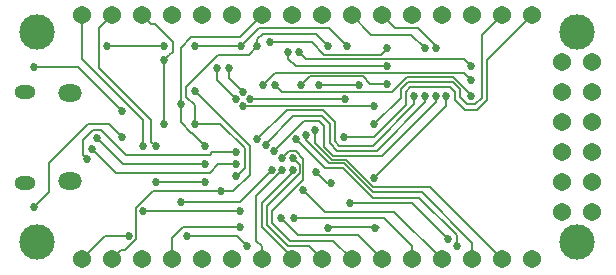
<source format=gbl>
G04 #@! TF.GenerationSoftware,KiCad,Pcbnew,5.1.5-52549c5~84~ubuntu18.04.1*
G04 #@! TF.CreationDate,2019-12-30T17:09:38-05:00*
G04 #@! TF.ProjectId,junebug,6a756e65-6275-4672-9e6b-696361645f70,rev?*
G04 #@! TF.SameCoordinates,Original*
G04 #@! TF.FileFunction,Copper,L2,Bot*
G04 #@! TF.FilePolarity,Positive*
%FSLAX46Y46*%
G04 Gerber Fmt 4.6, Leading zero omitted, Abs format (unit mm)*
G04 Created by KiCad (PCBNEW 5.1.5-52549c5~84~ubuntu18.04.1) date 2019-12-30 17:09:38*
%MOMM*%
%LPD*%
G04 APERTURE LIST*
%ADD10C,1.540000*%
%ADD11C,3.000000*%
%ADD12O,2.000000X1.450000*%
%ADD13O,1.800000X1.150000*%
%ADD14C,0.685800*%
%ADD15C,0.152400*%
G04 APERTURE END LIST*
D10*
X125530000Y-93780000D03*
X122990000Y-93780000D03*
X125530000Y-91240000D03*
X122990000Y-91240000D03*
X125530000Y-88700000D03*
X122990000Y-88700000D03*
X125530000Y-86160000D03*
X122990000Y-86160000D03*
X125530000Y-83620000D03*
X122990000Y-83620000D03*
X125530000Y-81080000D03*
X122990000Y-81080000D03*
D11*
X124260000Y-96320000D03*
X78540000Y-96320000D03*
X124260000Y-78540000D03*
X78540000Y-78540000D03*
D12*
X81350000Y-83705000D03*
X81350000Y-91155000D03*
D13*
X77550000Y-83555000D03*
X77550000Y-91305000D03*
D10*
X82350000Y-77100000D03*
X84890000Y-77100000D03*
X87430000Y-77100000D03*
X89970000Y-77100000D03*
X92510000Y-77100000D03*
X95050000Y-77100000D03*
X97590000Y-77100000D03*
X100130000Y-77100000D03*
X102670000Y-77100000D03*
X105210000Y-77100000D03*
X107750000Y-77100000D03*
X110290000Y-77100000D03*
X112830000Y-77100000D03*
X115370000Y-77100000D03*
X117910000Y-77100000D03*
X120450000Y-77100000D03*
X120450000Y-97760000D03*
X117910000Y-97760000D03*
X115370000Y-97760000D03*
X112830000Y-97760000D03*
X110290000Y-97760000D03*
X107750000Y-97760000D03*
X105210000Y-97760000D03*
X102670000Y-97760000D03*
X100130000Y-97760000D03*
X97590000Y-97760000D03*
X95050000Y-97760000D03*
X92510000Y-97760000D03*
X89970000Y-97760000D03*
X87430000Y-97760000D03*
X84890000Y-97760000D03*
X82350000Y-97760000D03*
D14*
X84500000Y-79700000D03*
X89300000Y-79700000D03*
X91900000Y-86300000D03*
X89300000Y-80900000D03*
X89300000Y-86300000D03*
X95400000Y-90700000D03*
X95700000Y-95000000D03*
X97200000Y-79700000D03*
X103200000Y-79700000D03*
X91900000Y-79700000D03*
X91900000Y-83500000D03*
X94100000Y-92000000D03*
X95800000Y-79700000D03*
X103200000Y-95100000D03*
X107200000Y-95100000D03*
X104800000Y-79700000D03*
X90700000Y-92900000D03*
X98400000Y-90200000D03*
X86350000Y-95800000D03*
X91200000Y-95800000D03*
X96300000Y-96600000D03*
X103400000Y-91300000D03*
X102200000Y-90400000D03*
X105000000Y-93000000D03*
X113300000Y-96000000D03*
X100300000Y-94300000D03*
X101100000Y-91900000D03*
X99200000Y-94300000D03*
X98600000Y-88600000D03*
X112300000Y-79900000D03*
X112300000Y-83900000D03*
X97900000Y-88100000D03*
X111400000Y-83900000D03*
X111400000Y-79900000D03*
X97200000Y-87600000D03*
X110500000Y-83900000D03*
X87500000Y-88200000D03*
X87500000Y-93700000D03*
X95700000Y-93700000D03*
X88600000Y-88200000D03*
X88600000Y-91200000D03*
X92800000Y-91200000D03*
X83200000Y-88400000D03*
X95400000Y-89700000D03*
X83600000Y-87500000D03*
X92800000Y-89700000D03*
X82800000Y-89300000D03*
X95400000Y-88700000D03*
X90700000Y-84600000D03*
X92800000Y-88200000D03*
X78300000Y-93360000D03*
X85700000Y-87400000D03*
X78300000Y-81500000D03*
X85700000Y-85200000D03*
X93800000Y-81600000D03*
X95400000Y-84200000D03*
X94800000Y-81600000D03*
X96000000Y-83600000D03*
X98300000Y-79400000D03*
X108200000Y-79900000D03*
X97700000Y-83000000D03*
X115300000Y-82600000D03*
X98700000Y-83000000D03*
X115300000Y-83900000D03*
X99800000Y-80200000D03*
X108200000Y-81400000D03*
X99300000Y-89200000D03*
X100200000Y-89200000D03*
X100900000Y-83000000D03*
X108200000Y-82900000D03*
X100700000Y-80200000D03*
X115300000Y-81400000D03*
X100500000Y-87600000D03*
X114100000Y-96600000D03*
X101300000Y-87200000D03*
X102100000Y-86800000D03*
X102380000Y-83000000D03*
X105800000Y-83000000D03*
X96600000Y-84200000D03*
X104600000Y-84200000D03*
X96000000Y-84800000D03*
X107100000Y-84800000D03*
X100200000Y-90200000D03*
X99300000Y-90200000D03*
X104500000Y-87400000D03*
X107100000Y-86300000D03*
X107100000Y-90900000D03*
X113200000Y-83900000D03*
D15*
X85065685Y-79700000D02*
X89300000Y-79700000D01*
X84500000Y-79700000D02*
X85065685Y-79700000D01*
X89699999Y-80500001D02*
X89300000Y-80900000D01*
X90025001Y-80174999D02*
X89699999Y-80500001D01*
X90025001Y-79351999D02*
X90025001Y-80174999D01*
X88543001Y-77869999D02*
X90025001Y-79351999D01*
X88199999Y-77869999D02*
X88543001Y-77869999D01*
X87430000Y-77100000D02*
X88199999Y-77869999D01*
X89300000Y-80900000D02*
X89300000Y-86300000D01*
X89970000Y-96671056D02*
X89970000Y-97760000D01*
X89970000Y-95956998D02*
X89970000Y-96671056D01*
X90926998Y-95000000D02*
X89970000Y-95956998D01*
X95700000Y-95000000D02*
X90926998Y-95000000D01*
X97200000Y-79134315D02*
X97200000Y-79700000D01*
X97659316Y-78674999D02*
X97200000Y-79134315D01*
X102174999Y-78674999D02*
X97659316Y-78674999D01*
X103200000Y-79700000D02*
X102174999Y-78674999D01*
X91900000Y-84726998D02*
X91900000Y-85734315D01*
X91174999Y-84001997D02*
X91900000Y-84726998D01*
X91174999Y-83151999D02*
X91174999Y-84001997D01*
X93901997Y-80425001D02*
X91174999Y-83151999D01*
X96474999Y-80425001D02*
X93901997Y-80425001D01*
X91900000Y-85734315D02*
X91900000Y-86300000D01*
X97200000Y-79700000D02*
X96474999Y-80425001D01*
X95400000Y-90700000D02*
X95473002Y-90700000D01*
X92465685Y-86300000D02*
X91900000Y-86300000D01*
X94073002Y-86300000D02*
X92465685Y-86300000D01*
X96125001Y-88351999D02*
X94073002Y-86300000D01*
X96125001Y-90048001D02*
X96125001Y-88351999D01*
X95473002Y-90700000D02*
X96125001Y-90048001D01*
X95800000Y-79700000D02*
X91900000Y-79700000D01*
X104400001Y-79300001D02*
X104800000Y-79700000D01*
X103295001Y-78195001D02*
X104400001Y-79300001D01*
X97304999Y-78195001D02*
X103295001Y-78195001D01*
X95800000Y-79700000D02*
X97304999Y-78195001D01*
X84890000Y-97760000D02*
X85120000Y-97760000D01*
X92309411Y-83899999D02*
X92299999Y-83899999D01*
X96575010Y-90597992D02*
X96575010Y-88165598D01*
X92299999Y-83899999D02*
X91900000Y-83500000D01*
X96575010Y-88165598D02*
X92309411Y-83899999D01*
X95173002Y-92000000D02*
X96575010Y-90597992D01*
X94100000Y-92000000D02*
X95173002Y-92000000D01*
X103200000Y-95000000D02*
X107500000Y-95000000D01*
X86921501Y-93432677D02*
X88354178Y-92000000D01*
X86921501Y-96074321D02*
X86921501Y-93432677D01*
X85659999Y-96990001D02*
X86016999Y-96990001D01*
X84890000Y-97760000D02*
X85659999Y-96990001D01*
X86016999Y-96978823D02*
X86921501Y-96074321D01*
X86016999Y-96990001D02*
X86016999Y-96978823D01*
X88354178Y-92000000D02*
X94100000Y-92000000D01*
X95700000Y-92900000D02*
X98400000Y-90200000D01*
X90700000Y-92900000D02*
X95700000Y-92900000D01*
X95500000Y-95800000D02*
X96300000Y-96600000D01*
X91200000Y-95800000D02*
X95500000Y-95800000D01*
X103100000Y-91300000D02*
X102200000Y-90400000D01*
X103400000Y-91300000D02*
X103100000Y-91300000D01*
X84310000Y-95800000D02*
X82350000Y-97760000D01*
X86350000Y-95800000D02*
X84310000Y-95800000D01*
X110300000Y-93000000D02*
X113300000Y-96000000D01*
X105000000Y-93000000D02*
X110300000Y-93000000D01*
X110290000Y-96671056D02*
X110290000Y-97760000D01*
X107893943Y-94274999D02*
X110290000Y-96671056D01*
X100890686Y-94274999D02*
X107893943Y-94274999D01*
X100865685Y-94300000D02*
X100890686Y-94274999D01*
X100300000Y-94300000D02*
X100865685Y-94300000D01*
X101499999Y-92299999D02*
X101100000Y-91900000D01*
X108795001Y-93725001D02*
X102925001Y-93725001D01*
X102925001Y-93725001D02*
X101499999Y-92299999D01*
X112830000Y-97760000D02*
X108795001Y-93725001D01*
X99599999Y-94699999D02*
X99200000Y-94300000D01*
X100625001Y-95725001D02*
X99599999Y-94699999D01*
X105715001Y-95725001D02*
X100625001Y-95725001D01*
X107750000Y-97760000D02*
X105715001Y-95725001D01*
X108845001Y-78195001D02*
X107750000Y-77100000D01*
X110768003Y-78195001D02*
X108845001Y-78195001D01*
X112300000Y-79900000D02*
X112300000Y-79726998D01*
X112300000Y-79726998D02*
X110768003Y-78195001D01*
X102825001Y-86451999D02*
X102448001Y-86074999D01*
X102825001Y-88220001D02*
X102825001Y-86451999D01*
X103630020Y-89025020D02*
X102825001Y-88220001D01*
X112300000Y-84465685D02*
X107740665Y-89025020D01*
X107740665Y-89025020D02*
X103630020Y-89025020D01*
X112300000Y-83900000D02*
X112300000Y-84465685D01*
X101125001Y-86074999D02*
X98600000Y-88600000D01*
X102448001Y-86074999D02*
X101125001Y-86074999D01*
X111400000Y-79900000D02*
X110240000Y-78740000D01*
X106850000Y-78740000D02*
X105210000Y-77100000D01*
X110240000Y-78740000D02*
X106850000Y-78740000D01*
X111400000Y-84465685D02*
X107290674Y-88575011D01*
X107290674Y-88575011D02*
X103965598Y-88575010D01*
X103965598Y-88575010D02*
X103324989Y-87934401D01*
X111400000Y-83900000D02*
X111400000Y-84465685D01*
X102634401Y-85624989D02*
X103324989Y-86315577D01*
X100248013Y-85624989D02*
X102634401Y-85624989D01*
X97900000Y-87973002D02*
X100248013Y-85624989D01*
X97900000Y-88100000D02*
X97900000Y-87973002D01*
X103324989Y-86315577D02*
X103324989Y-87934401D01*
X110500000Y-84609412D02*
X110500000Y-83900000D01*
X106984411Y-88125001D02*
X110500000Y-84609412D01*
X104151999Y-88125001D02*
X106984411Y-88125001D01*
X99699980Y-85100020D02*
X102745842Y-85100020D01*
X97200000Y-87600000D02*
X99699980Y-85100020D01*
X102745842Y-85100020D02*
X103774999Y-86129177D01*
X103774999Y-86129177D02*
X103774999Y-87748001D01*
X103774999Y-87748001D02*
X104151999Y-88125001D01*
X87500000Y-87634315D02*
X87500000Y-88200000D01*
X82350000Y-80776998D02*
X87500000Y-85926998D01*
X87500000Y-85926998D02*
X87500000Y-87634315D01*
X82350000Y-77100000D02*
X82350000Y-80776998D01*
X87500000Y-93700000D02*
X95700000Y-93700000D01*
X88200001Y-85990589D02*
X88200001Y-87800001D01*
X83774999Y-81565587D02*
X88200001Y-85990589D01*
X83774999Y-78215001D02*
X83774999Y-81565587D01*
X88200001Y-87800001D02*
X88600000Y-88200000D01*
X84890000Y-77100000D02*
X83774999Y-78215001D01*
X88600000Y-91200000D02*
X92800000Y-91200000D01*
X83599999Y-88799999D02*
X83200000Y-88400000D01*
X93148001Y-90425001D02*
X85225001Y-90425001D01*
X93873002Y-89700000D02*
X93148001Y-90425001D01*
X85225001Y-90425001D02*
X83599999Y-88799999D01*
X95400000Y-89700000D02*
X93873002Y-89700000D01*
X85800000Y-89700000D02*
X92800000Y-89700000D01*
X83600000Y-87500000D02*
X85800000Y-89700000D01*
X82400001Y-88900001D02*
X82800000Y-89300000D01*
X82400001Y-87626997D02*
X82400001Y-88900001D01*
X83251999Y-86774999D02*
X82400001Y-87626997D01*
X83948001Y-86774999D02*
X83251999Y-86774999D01*
X86098003Y-88925001D02*
X83948001Y-86774999D01*
X95400000Y-88700000D02*
X93373002Y-88700000D01*
X93373002Y-88700000D02*
X93148001Y-88925001D01*
X93148001Y-88925001D02*
X86098003Y-88925001D01*
X90700000Y-84034315D02*
X90700000Y-84600000D01*
X91551999Y-78974999D02*
X90700000Y-79826998D01*
X95715001Y-78974999D02*
X91551999Y-78974999D01*
X90700000Y-79826998D02*
X90700000Y-84034315D01*
X97590000Y-77100000D02*
X95715001Y-78974999D01*
X90700000Y-86173002D02*
X91551999Y-87025001D01*
X90700000Y-84600000D02*
X90700000Y-86173002D01*
X91625001Y-87025001D02*
X92800000Y-88200000D01*
X91551999Y-87025001D02*
X91625001Y-87025001D01*
X85300001Y-87000001D02*
X85700000Y-87400000D01*
X82832008Y-86324990D02*
X84624990Y-86324990D01*
X79574999Y-89581999D02*
X82832008Y-86324990D01*
X79574999Y-92085001D02*
X79574999Y-89581999D01*
X84624990Y-86324990D02*
X85300001Y-87000001D01*
X78300000Y-93360000D02*
X79574999Y-92085001D01*
X82000000Y-81500000D02*
X85700000Y-85200000D01*
X78300000Y-81500000D02*
X82000000Y-81500000D01*
X93800000Y-82600000D02*
X95400000Y-84200000D01*
X93800000Y-81600000D02*
X93800000Y-82600000D01*
X94800000Y-82400000D02*
X96000000Y-83600000D01*
X94800000Y-81600000D02*
X94800000Y-82400000D01*
X107800001Y-80299999D02*
X108200000Y-79900000D01*
X107674999Y-80425001D02*
X107800001Y-80299999D01*
X102851999Y-80425001D02*
X107674999Y-80425001D01*
X101826998Y-79400000D02*
X102851999Y-80425001D01*
X98300000Y-79400000D02*
X101826998Y-79400000D01*
X114957101Y-82257101D02*
X115300000Y-82600000D01*
X114670172Y-81970172D02*
X114957101Y-82257101D01*
X109652941Y-81970172D02*
X114670172Y-81970172D01*
X109650283Y-81971501D02*
X109652941Y-81970172D01*
X106275569Y-81971501D02*
X109650283Y-81971501D01*
X98729810Y-81970190D02*
X106274258Y-81970190D01*
X106274258Y-81970190D02*
X106275569Y-81971501D01*
X97700000Y-83000000D02*
X98729810Y-81970190D01*
X99271501Y-83571501D02*
X98700000Y-83000000D01*
X108579499Y-83571501D02*
X99271501Y-83571501D01*
X109855000Y-82296000D02*
X108579499Y-83571501D01*
X113792000Y-82296000D02*
X109855000Y-82296000D01*
X115300000Y-83900000D02*
X115300000Y-83804000D01*
X115300000Y-83804000D02*
X113792000Y-82296000D01*
X107634315Y-81400000D02*
X108200000Y-81400000D01*
X100434315Y-81400000D02*
X107634315Y-81400000D01*
X99800000Y-80765685D02*
X100434315Y-81400000D01*
X99800000Y-80200000D02*
X99800000Y-80765685D01*
X99300000Y-89200000D02*
X99325001Y-89174999D01*
X103625011Y-96175011D02*
X105210000Y-97760000D01*
X98474999Y-94648001D02*
X100002009Y-96175011D01*
X99871501Y-88628499D02*
X100474321Y-88628499D01*
X99300000Y-89200000D02*
X99871501Y-88628499D01*
X100474321Y-88628499D02*
X101076311Y-89230489D01*
X100002009Y-96175011D02*
X103625011Y-96175011D01*
X101076311Y-89230489D02*
X101076311Y-91077867D01*
X101076311Y-91077867D02*
X98474999Y-93679179D01*
X98474999Y-93679179D02*
X98474999Y-94648001D01*
X101535021Y-96625021D02*
X99815608Y-96625020D01*
X102670000Y-97760000D02*
X101535021Y-96625021D01*
X99815608Y-96625020D02*
X98024989Y-94834401D01*
X98024989Y-94834401D02*
X98024990Y-93448012D01*
X100771501Y-90474321D02*
X98027822Y-93218000D01*
X100200000Y-89200000D02*
X100771501Y-89771501D01*
X100771501Y-89771501D02*
X100771501Y-90474321D01*
X98027822Y-93445180D02*
X98024990Y-93448012D01*
X98027822Y-93218000D02*
X98027822Y-93445180D01*
X106773002Y-82900000D02*
X108200000Y-82900000D01*
X106148001Y-82274999D02*
X106773002Y-82900000D01*
X100900000Y-83000000D02*
X101625001Y-82274999D01*
X101625001Y-82274999D02*
X106148001Y-82274999D01*
X114957101Y-81057101D02*
X115300000Y-81400000D01*
X114728499Y-80828499D02*
X114957101Y-81057101D01*
X101328499Y-80828499D02*
X114728499Y-80828499D01*
X100700000Y-80200000D02*
X101328499Y-80828499D01*
X114100000Y-96600000D02*
X114100000Y-95959999D01*
X114100000Y-95726998D02*
X110922992Y-92549990D01*
X114100000Y-95959999D02*
X114100000Y-95726998D01*
X110922992Y-92549990D02*
X110486401Y-92549991D01*
X110486401Y-92549991D02*
X110486400Y-92549990D01*
X106977925Y-92549991D02*
X110486401Y-92549991D01*
X104470934Y-90043000D02*
X106977925Y-92549991D01*
X102943000Y-90043000D02*
X104470934Y-90043000D01*
X100500000Y-87600000D02*
X102943000Y-90043000D01*
X115370000Y-97760000D02*
X115370000Y-96360588D01*
X115370000Y-96360588D02*
X111109393Y-92099981D01*
X106958981Y-92099981D02*
X104493640Y-89634640D01*
X111109393Y-92099981D02*
X106958981Y-92099981D01*
X101300000Y-87684933D02*
X101300000Y-87200000D01*
X103249706Y-89634639D02*
X101300000Y-87684933D01*
X104493640Y-89634640D02*
X103249706Y-89634639D01*
X102380000Y-83000000D02*
X105800000Y-83000000D01*
X102100000Y-86800000D02*
X102167000Y-86800000D01*
X111775001Y-91625001D02*
X117910000Y-97760000D01*
X106979179Y-91625001D02*
X111775001Y-91625001D01*
X104684008Y-89329830D02*
X106979179Y-91625001D01*
X102100000Y-86800000D02*
X102100000Y-87926066D01*
X103503764Y-89329830D02*
X104684008Y-89329830D01*
X102100000Y-87926066D02*
X103503764Y-89329830D01*
X104600000Y-84200000D02*
X96600000Y-84200000D01*
X99573724Y-84795210D02*
X106610277Y-84795210D01*
X106610277Y-84795210D02*
X106615067Y-84800000D01*
X99568934Y-84800000D02*
X99573724Y-84795210D01*
X106615067Y-84800000D02*
X107100000Y-84800000D01*
X96000000Y-84800000D02*
X99568934Y-84800000D01*
X99695000Y-97325000D02*
X100130000Y-97760000D01*
X100200000Y-90200000D02*
X100097992Y-90302008D01*
X100097992Y-90475010D02*
X97574980Y-92998022D01*
X97574980Y-95020802D02*
X99695000Y-97140822D01*
X100097992Y-90302008D02*
X100097992Y-90475010D01*
X97574980Y-92998022D02*
X97574980Y-95020802D01*
X99695000Y-97140822D02*
X99695000Y-97325000D01*
X97124970Y-92375030D02*
X99300000Y-90200000D01*
X97124970Y-96206026D02*
X97124970Y-92375030D01*
X97590000Y-97760000D02*
X97590000Y-96671056D01*
X97590000Y-96671056D02*
X97124970Y-96206026D01*
X113925001Y-83551999D02*
X113925001Y-84248001D01*
X107073002Y-87400000D02*
X109774999Y-84698003D01*
X104500000Y-87400000D02*
X107073002Y-87400000D01*
X109774999Y-84698003D02*
X109774999Y-83551999D01*
X109774999Y-83551999D02*
X110151999Y-83174999D01*
X110151999Y-83174999D02*
X113548001Y-83174999D01*
X113548001Y-83174999D02*
X113925001Y-83551999D01*
X120450000Y-77100000D02*
X116655010Y-80894990D01*
X114752011Y-85075011D02*
X113925001Y-84248001D01*
X116655009Y-84254403D02*
X115834401Y-85075011D01*
X115834401Y-85075011D02*
X114752011Y-85075011D01*
X116655010Y-80894990D02*
X116655009Y-84254403D01*
X109965599Y-82724989D02*
X109324990Y-83365598D01*
X114375011Y-83365599D02*
X113734402Y-82724990D01*
X109324990Y-84075010D02*
X107100000Y-86300000D01*
X116205000Y-78805000D02*
X116205000Y-84068002D01*
X116205000Y-84068002D02*
X115648001Y-84625001D01*
X113734402Y-82724990D02*
X109965599Y-82724989D01*
X117910000Y-77100000D02*
X116205000Y-78805000D01*
X115648001Y-84625001D02*
X114951999Y-84625001D01*
X109324990Y-83365598D02*
X109324990Y-84075010D01*
X114951999Y-84625001D02*
X114375011Y-84048013D01*
X114375011Y-84048013D02*
X114375011Y-83365599D01*
X113200000Y-84800000D02*
X107100000Y-90900000D01*
X113200000Y-83900000D02*
X113200000Y-84800000D01*
M02*

</source>
